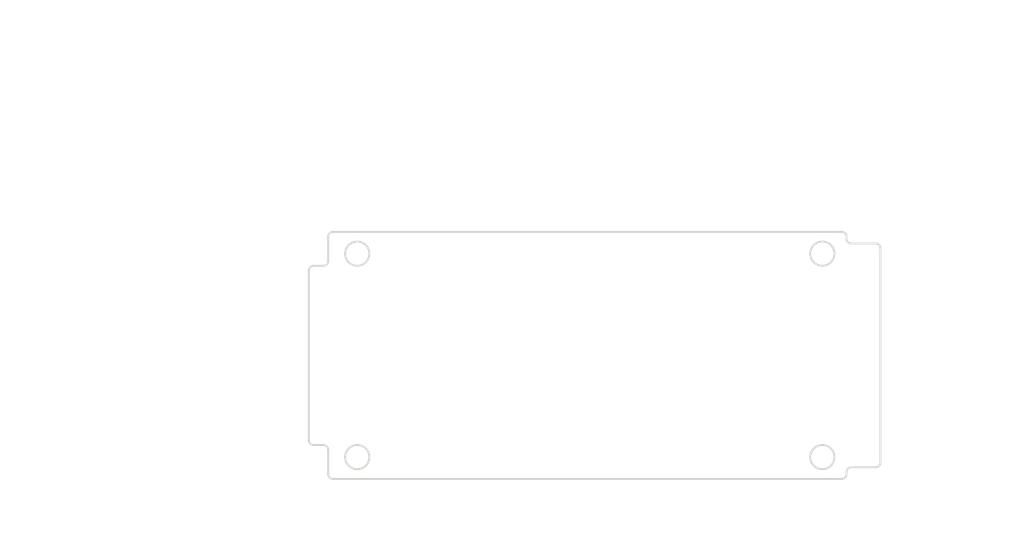
<source format=kicad_pcb>
(kicad_pcb (version 20221018) (generator pcbnew)

  (general
    (thickness 1.6)
  )

  (paper "A4")
  (layers
    (0 "F.Cu" signal)
    (31 "B.Cu" signal)
    (32 "B.Adhes" user "B.Adhesive")
    (33 "F.Adhes" user "F.Adhesive")
    (34 "B.Paste" user)
    (35 "F.Paste" user)
    (36 "B.SilkS" user "B.Silkscreen")
    (37 "F.SilkS" user "F.Silkscreen")
    (38 "B.Mask" user)
    (39 "F.Mask" user)
    (40 "Dwgs.User" user "User.Drawings")
    (41 "Cmts.User" user "User.Comments")
    (42 "Eco1.User" user "User.Eco1")
    (43 "Eco2.User" user "User.Eco2")
    (44 "Edge.Cuts" user)
    (45 "Margin" user)
    (46 "B.CrtYd" user "B.Courtyard")
    (47 "F.CrtYd" user "F.Courtyard")
    (48 "B.Fab" user)
    (49 "F.Fab" user)
  )

  (setup
    (pad_to_mask_clearance 0.051)
    (solder_mask_min_width 0.25)
    (pcbplotparams
      (layerselection 0x00010fc_ffffffff)
      (plot_on_all_layers_selection 0x0000000_00000000)
      (disableapertmacros false)
      (usegerberextensions false)
      (usegerberattributes false)
      (usegerberadvancedattributes false)
      (creategerberjobfile false)
      (dashed_line_dash_ratio 12.000000)
      (dashed_line_gap_ratio 3.000000)
      (svgprecision 4)
      (plotframeref false)
      (viasonmask false)
      (mode 1)
      (useauxorigin false)
      (hpglpennumber 1)
      (hpglpenspeed 20)
      (hpglpendiameter 15.000000)
      (dxfpolygonmode true)
      (dxfimperialunits true)
      (dxfusepcbnewfont true)
      (psnegative false)
      (psa4output false)
      (plotreference true)
      (plotvalue true)
      (plotinvisibletext false)
      (sketchpadsonfab false)
      (subtractmaskfromsilk false)
      (outputformat 1)
      (mirror false)
      (drillshape 1)
      (scaleselection 1)
      (outputdirectory "")
    )
  )

  (net 0 "")

  (gr_line (start 123.434012 110.958606) (end 123.434012 110.778606)
    (stroke (width 0.2) (type solid)) (layer "Dwgs.User") (tstamp 02222fb4-b465-4d55-8439-c15f77f0bb41))
  (gr_line (start 117.934012 109.618606) (end 96.627581 109.618606)
    (stroke (width 0.2) (type solid)) (layer "Dwgs.User") (tstamp 0f86f59a-3c21-46c6-9bd9-92237b9b93e0))
  (gr_line (start 119.934012 87.618606) (end 98.191344 87.618606)
    (stroke (width 0.2) (type solid)) (layer "Dwgs.User") (tstamp 1113d6a1-1082-40ae-8532-5b86b424fdad))
  (gr_line (start 118.434012 90.618606) (end 118.434012 79.065775)
    (stroke (width 0.2) (type solid)) (layer "Dwgs.User") (tstamp 13878b1c-4354-41ba-a69f-d21b1312e778))
  (gr_line (start 99.802581 107.618606) (end 99.802581 100.657596)
    (stroke (width 0.2) (type solid)) (layer "Dwgs.User") (tstamp 1646739d-8636-4913-b769-a97be9098c7d))
  (gr_line (start 181.595366 109.918606) (end 181.595366 107.344013)
    (stroke (width 0.2) (type solid)) (layer "Dwgs.User") (tstamp 1a6f97ec-005a-4a7a-9f31-a145c1a0729b))
  (gr_line (start 177.934012 88.818606) (end 184.770366 88.818606)
    (stroke (width 0.2) (type solid)) (layer "Dwgs.User") (tstamp 1bee727f-cc36-4573-80f1-93c4d76c79f8))
  (gr_line (start 177.434012 88.318606) (end 177.434012 63.788241)
    (stroke (width 0.2) (type solid)) (layer "Dwgs.User") (tstamp 1f753b99-e014-4aaa-913c-b5aa25969a4d))
  (gr_line (start 128.502366 117.398097) (end 125.426834 113.435932)
    (stroke (width 0.2) (type solid)) (layer "Dwgs.User") (tstamp 2622048e-d453-4c0a-b54e-54c55512beb0))
  (gr_line (start 130.502366 117.398097) (end 128.502366 117.398097)
    (stroke (width 0.2) (type solid)) (layer "Dwgs.User") (tstamp 2ba91038-74d3-4029-8a8b-861558b045a5))
  (gr_line (start 123.344012 110.868606) (end 123.524012 110.868606)
    (stroke (width 0.2) (type solid)) (layer "Dwgs.User") (tstamp 30cc5646-579c-48c9-9921-01961ca2bfeb))
  (gr_line (start 101.366344 81.335938) (end 103.366344 81.335938)
    (stroke (width 0.2) (type solid)) (layer "Dwgs.User") (tstamp 34fd7e9f-65b1-444b-9436-1a8be57722e5))
  (gr_line (start 122.434012 110.868606) (end 87.413293 110.868606)
    (stroke (width 0.2) (type solid)) (layer "Dwgs.User") (tstamp 3be36886-9aa9-4267-b9e1-19c52511e2a4))
  (gr_line (start 122.434012 71.995685) (end 142.446391 71.995685)
    (stroke (width 0.2) (type solid)) (layer "Dwgs.User") (tstamp 3f996d30-a73a-49a5-a15a-6668fc3e6e72))
  (gr_line (start 123.434012 88.868606) (end 123.434012 73.607643)
    (stroke (width 0.2) (type solid)) (layer "Dwgs.User") (tstamp 4fa1f846-d83c-48cc-b96b-b405bcc61949))
  (gr_line (start 171.934012 71.995685) (end 150.535614 71.995685)
    (stroke (width 0.2) (type solid)) (layer "Dwgs.User") (tstamp 59670dc2-deb0-46d9-8ed8-bd398a74e511))
  (gr_line (start 90.588293 91.868606) (end 90.588293 98.878941)
    (stroke (width 0.2) (type solid)) (layer "Dwgs.User") (tstamp 5c3682ba-286a-4ad6-9c84-1f6ae5d387a0))
  (gr_line (start 101.366344 85.618606) (end 101.366344 81.335938)
    (stroke (width 0.2) (type solid)) (layer "Dwgs.User") (tstamp 5d69655f-2d53-4838-b064-0156ba68b229))
  (gr_line (start 123.434012 88.868606) (end 123.434012 79.065775)
    (stroke (width 0.2) (type solid)) (layer "Dwgs.User") (tstamp 62ef44cf-5bff-4e4a-8ea1-f21593d7aabc))
  (gr_line (start 122.434012 89.868606) (end 98.191344 89.868606)
    (stroke (width 0.2) (type solid)) (layer "Dwgs.User") (tstamp 6335ef11-5880-433c-9dff-f495eb86663e))
  (gr_line (start 181.595366 90.818606) (end 181.595366 100.227983)
    (stroke (width 0.2) (type solid)) (layer "Dwgs.User") (tstamp 661862c7-cc30-4243-9be1-26ab08dd4b7e))
  (gr_line (start 171.434012 88.868606) (end 171.434012 73.607643)
    (stroke (width 0.2) (type solid)) (layer "Dwgs.User") (tstamp 75699571-bd21-426d-bd19-21e6666f8131))
  (gr_line (start 118.434012 90.618606) (end 118.434012 63.788241)
    (stroke (width 0.2) (type solid)) (layer "Dwgs.User") (tstamp 776b85da-60ec-4d53-be21-f33ece93394c))
  (gr_line (start 125.434012 76.782643) (end 151.774824 76.782643)
    (stroke (width 0.2) (type solid)) (layer "Dwgs.User") (tstamp 95f74f0d-5488-4bdf-8910-2f7c0ff93092))
  (gr_line (start 175.434012 66.963241) (end 159.986789 66.963241)
    (stroke (width 0.2) (type solid)) (layer "Dwgs.User") (tstamp a421706a-18ba-413d-98dc-30af5fde5208))
  (gr_line (start 116.434012 82.240775) (end 114.434012 82.240775)
    (stroke (width 0.2) (type solid)) (layer "Dwgs.User") (tstamp b4b4b8c6-a2a8-4512-87a5-cfd2af7dd71d))
  (gr_line (start 173.934012 87.118606) (end 173.934012 68.820685)
    (stroke (width 0.2) (type solid)) (layer "Dwgs.User") (tstamp bbc3b909-c5d1-443f-af23-de3f858a3133))
  (gr_line (start 90.588293 108.868606) (end 90.588293 105.993812)
    (stroke (width 0.2) (type solid)) (layer "Dwgs.User") (tstamp c4138d62-f7bc-402f-963a-6c76aadf236c))
  (gr_line (start 120.434012 87.118606) (end 120.434012 68.820685)
    (stroke (width 0.2) (type solid)) (layer "Dwgs.User") (tstamp ce65ae80-d7b9-4321-94dd-7e0635b3b47b))
  (gr_line (start 125.434012 82.240775) (end 127.434012 82.240775)
    (stroke (width 0.2) (type solid)) (layer "Dwgs.User") (tstamp d6f1ecdc-e429-41f8-b771-04c54573a670))
  (gr_line (start 177.934012 111.918606) (end 184.770366 111.918606)
    (stroke (width 0.2) (type solid)) (layer "Dwgs.User") (tstamp da60caaf-3830-4a4e-a1d3-40e36cc28fb1))
  (gr_line (start 169.434012 76.782643) (end 159.864046 76.782643)
    (stroke (width 0.2) (type solid)) (layer "Dwgs.User") (tstamp e04883b9-cc2a-4aae-9b73-d1a3aa312cf3))
  (gr_line (start 101.366344 91.868606) (end 101.366344 93.868606)
    (stroke (width 0.2) (type solid)) (layer "Dwgs.User") (tstamp e2236cf9-e56b-42de-b0f4-4784bdb4fcc7))
  (gr_line (start 174.434012 113.118606) (end 191.398463 113.118606)
    (stroke (width 0.2) (type solid)) (layer "Dwgs.User") (tstamp e5f16fbb-fa07-4427-b33c-de0af76f0cad))
  (gr_line (start 122.434012 89.868606) (end 87.413293 89.868606)
    (stroke (width 0.2) (type solid)) (layer "Dwgs.User") (tstamp ec3f8b75-954f-4cc0-8bf2-bf1de2e6ec4c))
  (gr_line (start 174.434012 87.618606) (end 191.398463 87.618606)
    (stroke (width 0.2) (type solid)) (layer "Dwgs.User") (tstamp ed9812b1-a413-4cb9-8038-9d100007475d))
  (gr_line (start 120.434012 66.963241) (end 151.897566 66.963241)
    (stroke (width 0.2) (type solid)) (layer "Dwgs.User") (tstamp f7402cac-64ad-42bd-905b-079e4d185c97))
  (gr_line (start 117.934012 91.118606) (end 96.627581 91.118606)
    (stroke (width 0.2) (type solid)) (layer "Dwgs.User") (tstamp f978b51a-1d17-47fc-a6bd-45c50d5dd109))
  (gr_line (start 188.223463 111.118606) (end 188.223463 99.733397)
    (stroke (width 0.2) (type solid)) (layer "Dwgs.User") (tstamp fb2fde7e-cd61-421f-9596-683721ea4236))
  (gr_line (start 99.802581 93.118606) (end 99.802581 93.542726)
    (stroke (width 0.2) (type solid)) (layer "Dwgs.User") (tstamp fbf85017-cdcb-4448-9641-7daef31adbe4))
  (gr_line (start 188.223463 89.618606) (end 188.223463 92.618527)
    (stroke (width 0.2) (type solid)) (layer "Dwgs.User") (tstamp fc132955-25c5-4262-b923-0b7a4a0883c8))
  (gr_arc (start 120.934012 113.118606) (mid 120.580459 112.972159) (end 120.434012 112.618606)
    (stroke (width 0.2) (type solid)) (layer "Edge.Cuts") (tstamp 0d072219-7280-4f3d-aaf6-50b152b99fc2))
  (gr_line (start 173.934012 88.318606) (end 173.934012 88.118606)
    (stroke (width 0.2) (type solid)) (layer "Edge.Cuts") (tstamp 0f6f399f-d420-4575-be35-4143d0dccdab))
  (gr_arc (start 118.934012 109.618606) (mid 118.580459 109.472159) (end 118.434012 109.118606)
    (stroke (width 0.2) (type solid)) (layer "Edge.Cuts") (tstamp 1424727b-76e0-4e47-98f7-e841180d5f69))
  (gr_line (start 119.934012 91.118606) (end 118.934012 91.118606)
    (stroke (width 0.2) (type solid)) (layer "Edge.Cuts") (tstamp 2e4564a4-615f-4ef0-a445-d1eca5b968c9))
  (gr_line (start 173.434012 87.618606) (end 120.934012 87.618606)
    (stroke (width 0.2) (type solid)) (layer "Edge.Cuts") (tstamp 31b2736c-0fc4-4653-a952-f5273a8c7cb2))
  (gr_arc (start 176.934012 88.818606) (mid 177.287565 88.965053) (end 177.434012 89.318606)
    (stroke (width 0.2) (type solid)) (layer "Edge.Cuts") (tstamp 329fd741-a335-4343-ad86-4dabaa35a7eb))
  (gr_arc (start 120.434012 88.118606) (mid 120.580459 87.765053) (end 120.934012 87.618606)
    (stroke (width 0.2) (type solid)) (layer "Edge.Cuts") (tstamp 4f29566a-b46a-41fc-be08-31eb1b1c62e0))
  (gr_line (start 120.434012 88.118606) (end 120.434012 90.618606)
    (stroke (width 0.2) (type solid)) (layer "Edge.Cuts") (tstamp 551a55b2-81d4-402b-ad5f-ad58db91f7d9))
  (gr_arc (start 119.934012 109.618606) (mid 120.287565 109.765053) (end 120.434012 110.118606)
    (stroke (width 0.2) (type solid)) (layer "Edge.Cuts") (tstamp 56b8b907-4b0a-4b19-9ac0-e0dc50642383))
  (gr_circle (center 123.434012 89.868606) (end 124.684012 89.868606)
    (stroke (width 0.2) (type solid)) (fill none) (layer "Edge.Cuts") (tstamp 605a2504-3a93-43f6-8f4a-c8ab5fe34fdc))
  (gr_line (start 118.434012 91.618606) (end 118.434012 109.118606)
    (stroke (width 0.2) (type solid)) (layer "Edge.Cuts") (tstamp 77f66aae-2f42-4bce-9fde-8e427981f967))
  (gr_circle (center 171.434012 110.868606) (end 172.684012 110.868606)
    (stroke (width 0.2) (type solid)) (fill none) (layer "Edge.Cuts") (tstamp 7f57a729-83bb-4b11-aed2-c5808d989b7c))
  (gr_circle (center 171.434012 89.868606) (end 172.684012 89.868606)
    (stroke (width 0.2) (type solid)) (fill none) (layer "Edge.Cuts") (tstamp 8e2a8cbd-9ff1-414a-81e6-5c0833fe7434))
  (gr_arc (start 174.434012 88.818606) (mid 174.080459 88.672159) (end 173.934012 88.318606)
    (stroke (width 0.2) (type solid)) (layer "Edge.Cuts") (tstamp 9fa3bad4-03cc-4831-a054-1709bab8a40a))
  (gr_line (start 174.434012 111.918606) (end 176.934012 111.918606)
    (stroke (width 0.2) (type solid)) (layer "Edge.Cuts") (tstamp a3b5deca-2478-4ffc-bbe0-d0cd6d96dfa2))
  (gr_arc (start 173.934012 112.618606) (mid 173.787565 112.972159) (end 173.434012 113.118606)
    (stroke (width 0.2) (type solid)) (layer "Edge.Cuts") (tstamp b9897175-bb32-499d-bdd6-cf6a020f66ef))
  (gr_arc (start 177.434012 111.418606) (mid 177.287565 111.772159) (end 176.934012 111.918606)
    (stroke (width 0.2) (type solid)) (layer "Edge.Cuts") (tstamp c3c97daa-d7d6-4d19-abe6-c9f416c3a817))
  (gr_arc (start 173.934012 112.418606) (mid 174.080459 112.065053) (end 174.434012 111.918606)
    (stroke (width 0.2) (type solid)) (layer "Edge.Cuts") (tstamp c9daf418-e8cc-4663-b437-e4c16e3129d9))
  (gr_line (start 118.934012 109.618606) (end 119.934012 109.618606)
    (stroke (width 0.2) (type solid)) (layer "Edge.Cuts") (tstamp cb8321ca-4a36-4591-8ef1-02e736927197))
  (gr_arc (start 120.434012 90.618606) (mid 120.287565 90.972159) (end 119.934012 91.118606)
    (stroke (width 0.2) (type solid)) (layer "Edge.Cuts") (tstamp cf21e5b5-bd53-42b0-8746-d8a2bc17841c))
  (gr_line (start 173.934012 112.618606) (end 173.934012 112.418606)
    (stroke (width 0.2) (type solid)) (layer "Edge.Cuts") (tstamp d85bdbd9-f48c-4384-a095-e426b871c676))
  (gr_line (start 120.434012 110.118606) (end 120.434012 112.618606)
    (stroke (width 0.2) (type solid)) (layer "Edge.Cuts") (tstamp da394b4c-55c7-4973-a2de-9f1601e05c3c))
  (gr_line (start 176.934012 88.818606) (end 174.434012 88.818606)
    (stroke (width 0.2) (type solid)) (layer "Edge.Cuts") (tstamp dd0b515e-6c96-4023-9784-dc60d5da839c))
  (gr_line (start 177.434012 111.418606) (end 177.434012 89.318606)
    (stroke (width 0.2) (type solid)) (layer "Edge.Cuts") (tstamp e09ebf32-b589-4791-8159-f52aad0ad744))
  (gr_line (start 120.934012 113.118606) (end 173.434012 113.118606)
    (stroke (width 0.2) (type solid)) (layer "Edge.Cuts") (tstamp eedac9b5-4ca1-4f83-bb67-6128dbadaaa8))
  (gr_arc (start 118.434012 91.618606) (mid 118.580459 91.265053) (end 118.934012 91.118606)
    (stroke (width 0.2) (type solid)) (layer "Edge.Cuts") (tstamp f0b54097-cc1e-4607-83be-71658d845ed3))
  (gr_circle (center 123.434012 110.868606) (end 124.684012 110.868606)
    (stroke (width 0.2) (type solid)) (fill none) (layer "Edge.Cuts") (tstamp f6989818-a8ab-4fd7-bb64-218cae0cf889))
  (gr_arc (start 173.434012 87.618606) (mid 173.787565 87.765053) (end 173.934012 88.118606)
    (stroke (width 0.2) (type solid)) (layer "Edge.Cuts") (tstamp fd630624-a3f4-431c-8876-9af6b7eb3049))
  (gr_text "[2.32]" (at 155.942178 68.852702) (layer "Dwgs.User") (tstamp 0e8b4f0d-18f2-4021-8111-3759f3913027)
    (effects (font (size 1.7 1.53) (thickness 0.2125)))
  )
  (gr_text " ∅2.50\n[∅0.10]" (at 135.039235 117.398097) (layer "Dwgs.User") (tstamp 1581629c-e95b-408a-af99-dca492ff5736)
    (effects (font (size 1.7 1.53) (thickness 0.2125)))
  )
  (gr_text "[.83]" (at 90.588293 104.325838) (layer "Dwgs.User") (tstamp 1c603c66-6793-4934-a8f8-b92f23b685e7)
    (effects (font (size 1.7 1.53) (thickness 0.2125)))
  )
  (gr_text " 48.00" (at 155.819435 75.114669) (layer "Dwgs.User") (tstamp 33761562-0ffb-485a-8668-7599592560b2)
    (effects (font (size 1.7 1.53) (thickness 0.2125)))
  )
  (gr_text " 18.50" (at 99.802581 95.432187) (layer "Dwgs.User") (tstamp 419b2770-933c-4bd4-a54b-1fc8665493a8)
    (effects (font (size 1.7 1.53) (thickness 0.2125)))
  )
  (gr_text " 53.50" (at 146.491003 70.327131) (layer "Dwgs.User") (tstamp 445d3451-dd2f-49a9-abb8-719778082760)
    (effects (font (size 1.7 1.53) (thickness 0.2125)))
  )
  (gr_text "[.73]" (at 99.802581 98.989622) (layer "Dwgs.User") (tstamp 4bba8f80-9b59-409d-905b-cc1010666b2f)
    (effects (font (size 1.7 1.53) (thickness 0.2125)))
  )
  (gr_text " 21.00" (at 90.588293 100.768403) (layer "Dwgs.User") (tstamp 698035d5-a8db-4671-a223-91db4bb62be7)
    (effects (font (size 1.7 1.53) (thickness 0.2125)))
  )
  (gr_text "[1.00]" (at 188.223463 98.065423) (layer "Dwgs.User") (tstamp 73d8332d-103b-43b7-89e7-c91315464a11)
    (effects (font (size 1.7 1.53) (thickness 0.2125)))
  )
  (gr_text "[1.89]" (at 155.819435 78.672104) (layer "Dwgs.User") (tstamp 85a03de0-3493-48c7-b7b1-46006deb5277)
    (effects (font (size 1.7 1.53) (thickness 0.2125)))
  )
  (gr_text "[.09]" (at 106.75983 83.225399) (layer "Dwgs.User") (tstamp a607c2d5-f60b-4db9-8ed6-9d77c8d335ea)
    (effects (font (size 1.7 1.53) (thickness 0.2125)))
  )
  (gr_text " 59.00" (at 155.942178 65.295267) (layer "Dwgs.User") (tstamp b59dcb5b-1c46-4ba5-9635-a4a7ca4fcde9)
    (effects (font (size 1.7 1.53) (thickness 0.2125)))
  )
  (gr_text "[.91]" (at 181.595366 105.675459) (layer "Dwgs.User") (tstamp c392eb00-01f1-41fc-8262-d7e2e8fa4a48)
    (effects (font (size 1.7 1.53) (thickness 0.2125)))
  )
  (gr_text " 25.50" (at 188.223463 94.507988) (layer "Dwgs.User") (tstamp c4a6322d-c371-40c9-bd2b-c5e924ccb673)
    (effects (font (size 1.7 1.53) (thickness 0.2125)))
  )
  (gr_text "[.20]" (at 130.818221 84.130236) (layer "Dwgs.User") (tstamp dc401c37-740a-4469-ab3a-b57855275e17)
    (effects (font (size 1.7 1.53) (thickness 0.2125)))
  )
  (gr_text " 23.10" (at 181.595366 102.117444) (layer "Dwgs.User") (tstamp e62d210f-39c8-40e7-aadf-f0ce6d69086a)
    (effects (font (size 1.7 1.53) (thickness 0.2125)))
  )
  (gr_text "[2.11]" (at 146.491003 73.885146) (layer "Dwgs.User") (tstamp ecaa6032-806e-4eb5-8d5c-4d10fbb0d3be)
    (effects (font (size 1.7 1.53) (thickness 0.2125)))
  )
  (gr_text " 2.25" (at 106.75983 79.667963) (layer "Dwgs.User") (tstamp eec4ba97-a4b3-4dd1-a7f2-8fb66cda962c)
    (effects (font (size 1.7 1.53) (thickness 0.2125)))
  )
  (gr_text " 5.00" (at 130.818221 80.572801) (layer "Dwgs.User") (tstamp fddc9c7b-829a-432d-9b99-98a79b620e20)
    (effects (font (size 1.7 1.53) (thickness 0.2125)))
  )

)

</source>
